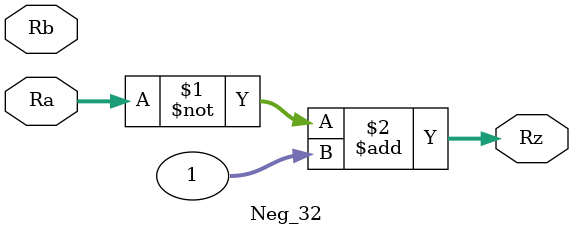
<source format=v>
module Neg_32(
	input wire [31:0] Ra,
	input wire [31:0] Rb,
	output wire [31:0] Rz
	);
	//converts to two's complement negative form by inverting all bits and adding 1
	assign Rz = ~Ra +1;
	
	
	
endmodule 

</source>
